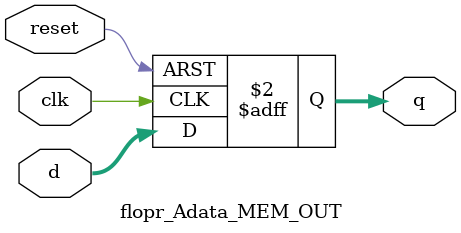
<source format=sv>
 module flopr_Adata_MEM_OUT #(parameter WIDTH = 8)
                        (input    logic                     clk, reset,
                         input    logic [WIDTH-1:0] d,
                         output logic [WIDTH-1:0] q);
    always_ff @(posedge clk, posedge reset)
                       if (reset) q <= 0;
                       else           q <= d;
endmodule
</source>
